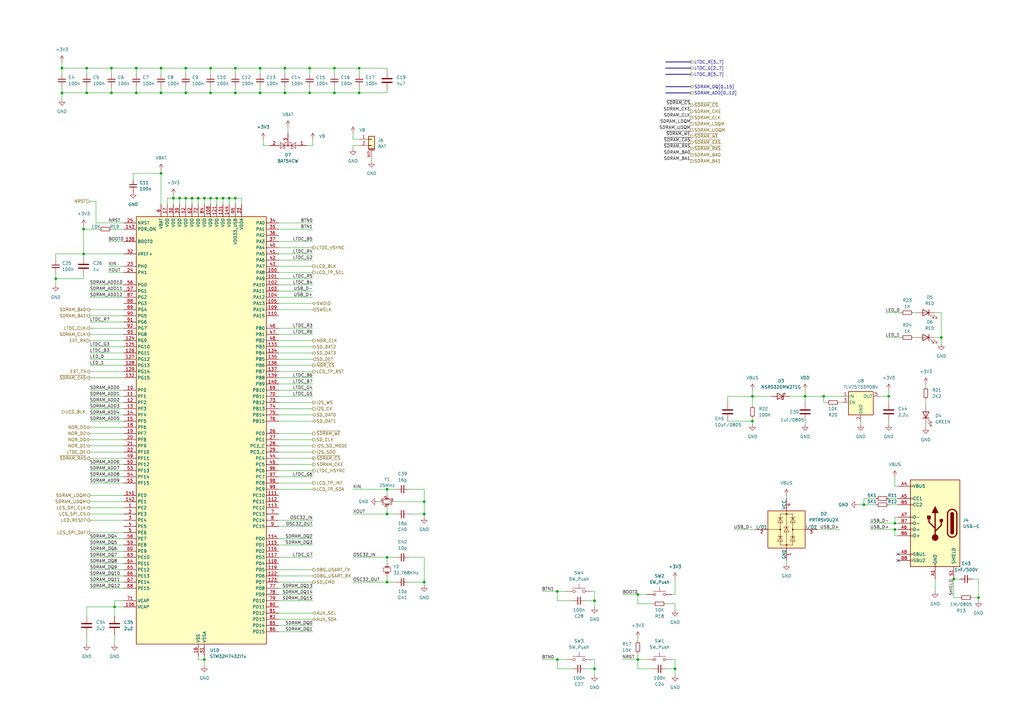
<source format=kicad_sch>
(kicad_sch (version 20231120) (generator "eeschema") (generator_version "8.0")
  (paper "A3")
  (junction (at 86.36 38.1))
  (junction (at 71.12 81.28))
  (junction (at 46.99 248.92))
  (junction (at 34.29 93.98))
  (junction (at 66.04 38.1))
  (junction (at 91.44 81.28))
  (junction (at 34.29 104.14))
  (junction (at 147.32 38.1))
  (junction (at 25.4 27.94))
  (junction (at 35.56 38.1))
  (junction (at 137.16 27.94))
  (junction (at 83.82 270.51))
  (junction (at 86.36 81.28))
  (junction (at 337.82 162.56))
  (junction (at 96.52 38.1))
  (junction (at 81.28 81.28))
  (junction (at 158.75 238.76))
  (junction (at 116.84 27.94))
  (junction (at 386.08 138.43))
  (junction (at 83.82 81.28))
  (junction (at 401.32 245.11))
  (junction (at 173.99 210.82))
  (junction (at 158.75 228.6))
  (junction (at 116.84 38.1))
  (junction (at 88.9 81.28))
  (junction (at 261.62 270.51))
  (junction (at 96.52 81.28))
  (junction (at 173.99 238.76))
  (junction (at 76.2 27.94))
  (junction (at 55.88 27.94))
  (junction (at 66.04 71.12))
  (junction (at 96.52 27.94))
  (junction (at 73.66 81.28))
  (junction (at 76.2 38.1))
  (junction (at 261.62 243.84))
  (junction (at 243.84 246.38))
  (junction (at 45.72 38.1))
  (junction (at 45.72 27.94))
  (junction (at 330.2 162.56))
  (junction (at 354.33 207.01))
  (junction (at 93.98 81.28))
  (junction (at 158.75 210.82))
  (junction (at 78.74 81.28))
  (junction (at 228.6 242.57))
  (junction (at 22.86 114.3))
  (junction (at 367.03 217.17))
  (junction (at 276.86 274.32))
  (junction (at 106.68 27.94))
  (junction (at 173.99 205.74))
  (junction (at 106.68 38.1))
  (junction (at 364.49 162.56))
  (junction (at 35.56 27.94))
  (junction (at 158.75 200.66))
  (junction (at 308.61 172.72))
  (junction (at 367.03 214.63))
  (junction (at 243.84 274.32))
  (junction (at 66.04 27.94))
  (junction (at 127 27.94))
  (junction (at 308.61 162.56))
  (junction (at 127 38.1))
  (junction (at 86.36 27.94))
  (junction (at 76.2 81.28))
  (junction (at 55.88 38.1))
  (junction (at 228.6 270.51))
  (junction (at 137.16 38.1))
  (junction (at 391.16 237.49))
  (junction (at 25.4 38.1))
  (junction (at 147.32 27.94))
  (no_connect (at 368.3 229.87))
  (no_connect (at 368.3 227.33))
  (wire (pts (xy 308.61 160.02) (xy 308.61 162.56)))
  (wire (pts (xy 364.49 207.01) (xy 368.3 207.01)))
  (wire (pts (xy 36.83 167.64) (xy 50.8 167.64)))
  (wire (pts (xy 66.04 35.56) (xy 66.04 38.1)))
  (wire (pts (xy 114.3 154.94) (xy 128.27 154.94)))
  (wire (pts (xy 368.3 212.09) (xy 367.03 212.09)))
  (wire (pts (xy 66.04 83.82) (xy 66.04 71.12)))
  (wire (pts (xy 83.82 270.51) (xy 83.82 269.24)))
  (wire (pts (xy 234.95 246.38) (xy 228.6 246.38)))
  (wire (pts (xy 127 35.56) (xy 127 38.1)))
  (wire (pts (xy 36.83 116.84) (xy 50.8 116.84)))
  (wire (pts (xy 173.99 205.74) (xy 173.99 210.82)))
  (wire (pts (xy 356.87 217.17) (xy 367.03 217.17)))
  (wire (pts (xy 25.4 25.4) (xy 25.4 27.94)))
  (wire (pts (xy 45.72 38.1) (xy 55.88 38.1)))
  (wire (pts (xy 71.12 81.28) (xy 68.58 81.28)))
  (wire (pts (xy 36.83 226.06) (xy 50.8 226.06)))
  (wire (pts (xy 45.72 27.94) (xy 45.72 30.48)))
  (wire (pts (xy 66.04 38.1) (xy 76.2 38.1)))
  (wire (pts (xy 128.27 177.8) (xy 114.3 177.8)))
  (wire (pts (xy 114.3 104.14) (xy 128.27 104.14)))
  (wire (pts (xy 44.45 111.76) (xy 50.8 111.76)))
  (wire (pts (xy 275.59 243.84) (xy 276.86 243.84)))
  (wire (pts (xy 36.83 223.52) (xy 50.8 223.52)))
  (wire (pts (xy 367.03 214.63) (xy 368.3 214.63)))
  (wire (pts (xy 323.85 162.56) (xy 330.2 162.56)))
  (wire (pts (xy 36.83 121.92) (xy 50.8 121.92)))
  (wire (pts (xy 173.99 238.76) (xy 173.99 240.03)))
  (wire (pts (xy 39.37 82.55) (xy 39.37 91.44)))
  (wire (pts (xy 114.3 228.6) (xy 128.27 228.6)))
  (wire (pts (xy 36.83 187.96) (xy 50.8 187.96)))
  (wire (pts (xy 127 27.94) (xy 127 30.48)))
  (wire (pts (xy 393.7 245.11) (xy 391.16 245.11)))
  (wire (pts (xy 44.45 99.06) (xy 50.8 99.06)))
  (wire (pts (xy 261.62 247.65) (xy 261.62 243.84)))
  (wire (pts (xy 36.83 144.78) (xy 50.8 144.78)))
  (wire (pts (xy 128.27 147.32) (xy 114.3 147.32)))
  (wire (pts (xy 25.4 27.94) (xy 25.4 30.48)))
  (wire (pts (xy 128.27 233.68) (xy 114.3 233.68)))
  (wire (pts (xy 386.08 138.43) (xy 386.08 140.97)))
  (wire (pts (xy 330.2 162.56) (xy 337.82 162.56)))
  (wire (pts (xy 147.32 38.1) (xy 158.75 38.1)))
  (wire (pts (xy 35.56 27.94) (xy 35.56 30.48)))
  (wire (pts (xy 147.32 57.15) (xy 144.78 57.15)))
  (wire (pts (xy 158.75 228.6) (xy 158.75 231.14)))
  (wire (pts (xy 152.4 64.77) (xy 152.4 66.04)))
  (wire (pts (xy 107.95 59.69) (xy 110.49 59.69)))
  (wire (pts (xy 173.99 200.66) (xy 173.99 205.74)))
  (wire (pts (xy 128.27 127) (xy 114.3 127)))
  (wire (pts (xy 162.56 228.6) (xy 158.75 228.6)))
  (wire (pts (xy 36.83 198.12) (xy 50.8 198.12)))
  (wire (pts (xy 128.27 152.4) (xy 114.3 152.4)))
  (wire (pts (xy 391.16 237.49) (xy 393.7 237.49)))
  (wire (pts (xy 36.83 154.94) (xy 50.8 154.94)))
  (wire (pts (xy 344.17 217.17) (xy 335.28 217.17)))
  (wire (pts (xy 137.16 27.94) (xy 147.32 27.94)))
  (wire (pts (xy 128.27 185.42) (xy 114.3 185.42)))
  (wire (pts (xy 71.12 81.28) (xy 71.12 83.82)))
  (wire (pts (xy 128.27 254) (xy 114.3 254)))
  (wire (pts (xy 50.8 248.92) (xy 46.99 248.92)))
  (wire (pts (xy 114.3 256.54) (xy 128.27 256.54)))
  (wire (pts (xy 353.06 173.99) (xy 353.06 172.72)))
  (wire (pts (xy 35.56 27.94) (xy 45.72 27.94)))
  (wire (pts (xy 363.22 138.43) (xy 369.57 138.43)))
  (wire (pts (xy 36.83 205.74) (xy 50.8 205.74)))
  (wire (pts (xy 243.84 242.57) (xy 243.84 246.38)))
  (wire (pts (xy 34.29 93.98) (xy 34.29 104.14)))
  (wire (pts (xy 81.28 269.24) (xy 81.28 270.51)))
  (wire (pts (xy 34.29 93.98) (xy 40.64 93.98)))
  (wire (pts (xy 45.72 93.98) (xy 50.8 93.98)))
  (wire (pts (xy 36.83 231.14) (xy 50.8 231.14)))
  (wire (pts (xy 36.83 218.44) (xy 50.8 218.44)))
  (wire (pts (xy 379.73 163.83) (xy 379.73 166.37)))
  (wire (pts (xy 356.87 214.63) (xy 367.03 214.63)))
  (wire (pts (xy 364.49 160.02) (xy 364.49 162.56)))
  (wire (pts (xy 86.36 27.94) (xy 96.52 27.94)))
  (wire (pts (xy 35.56 264.16) (xy 35.56 260.35)))
  (wire (pts (xy 96.52 27.94) (xy 106.68 27.94)))
  (wire (pts (xy 337.82 165.1) (xy 339.09 165.1)))
  (wire (pts (xy 55.88 27.94) (xy 66.04 27.94)))
  (wire (pts (xy 36.83 193.04) (xy 50.8 193.04)))
  (wire (pts (xy 128.27 165.1) (xy 114.3 165.1)))
  (wire (pts (xy 147.32 27.94) (xy 158.75 27.94)))
  (wire (pts (xy 114.3 106.68) (xy 128.27 106.68)))
  (wire (pts (xy 22.86 111.76) (xy 22.86 114.3)))
  (wire (pts (xy 128.27 236.22) (xy 114.3 236.22)))
  (wire (pts (xy 36.83 236.22) (xy 50.8 236.22)))
  (wire (pts (xy 114.3 157.48) (xy 128.27 157.48)))
  (wire (pts (xy 96.52 38.1) (xy 106.68 38.1)))
  (wire (pts (xy 96.52 35.56) (xy 96.52 38.1)))
  (wire (pts (xy 106.68 27.94) (xy 106.68 30.48)))
  (wire (pts (xy 46.99 248.92) (xy 46.99 252.73)))
  (wire (pts (xy 114.3 213.36) (xy 128.27 213.36)))
  (wire (pts (xy 55.88 38.1) (xy 66.04 38.1)))
  (wire (pts (xy 345.44 162.56) (xy 337.82 162.56)))
  (wire (pts (xy 36.83 241.3) (xy 50.8 241.3)))
  (wire (pts (xy 76.2 27.94) (xy 76.2 30.48)))
  (wire (pts (xy 73.66 81.28) (xy 73.66 83.82)))
  (wire (pts (xy 34.29 113.03) (xy 34.29 114.3)))
  (wire (pts (xy 298.45 165.1) (xy 298.45 162.56)))
  (wire (pts (xy 228.6 246.38) (xy 228.6 242.57)))
  (wire (pts (xy 128.27 238.76) (xy 114.3 238.76)))
  (wire (pts (xy 93.98 81.28) (xy 96.52 81.28)))
  (wire (pts (xy 383.54 128.27) (xy 386.08 128.27)))
  (wire (pts (xy 242.57 270.51) (xy 243.84 270.51)))
  (wire (pts (xy 86.36 35.56) (xy 86.36 38.1)))
  (wire (pts (xy 391.16 245.11) (xy 391.16 237.49)))
  (wire (pts (xy 36.83 208.28) (xy 50.8 208.28)))
  (wire (pts (xy 83.82 81.28) (xy 86.36 81.28)))
  (wire (pts (xy 36.83 82.55) (xy 39.37 82.55)))
  (wire (pts (xy 228.6 274.32) (xy 228.6 270.51)))
  (wire (pts (xy 36.83 180.34) (xy 50.8 180.34)))
  (wire (pts (xy 128.27 109.22) (xy 114.3 109.22)))
  (bus (pts (xy 273.05 38.1) (xy 283.21 38.1)))
  (wire (pts (xy 128.27 139.7) (xy 114.3 139.7)))
  (wire (pts (xy 354.33 204.47) (xy 354.33 207.01)))
  (wire (pts (xy 36.83 127) (xy 50.8 127)))
  (wire (pts (xy 116.84 27.94) (xy 127 27.94)))
  (wire (pts (xy 106.68 38.1) (xy 116.84 38.1)))
  (wire (pts (xy 91.44 81.28) (xy 93.98 81.28)))
  (wire (pts (xy 158.75 238.76) (xy 158.75 236.22)))
  (wire (pts (xy 173.99 210.82) (xy 173.99 212.09)))
  (wire (pts (xy 36.83 152.4) (xy 50.8 152.4)))
  (wire (pts (xy 128.27 144.78) (xy 114.3 144.78)))
  (wire (pts (xy 267.97 247.65) (xy 261.62 247.65)))
  (wire (pts (xy 243.84 274.32) (xy 243.84 276.86)))
  (wire (pts (xy 36.83 175.26) (xy 50.8 175.26)))
  (wire (pts (xy 144.78 57.15) (xy 144.78 54.61)))
  (wire (pts (xy 86.36 27.94) (xy 86.36 30.48)))
  (wire (pts (xy 234.95 274.32) (xy 228.6 274.32)))
  (wire (pts (xy 116.84 38.1) (xy 127 38.1)))
  (wire (pts (xy 55.88 35.56) (xy 55.88 38.1)))
  (wire (pts (xy 309.88 217.17) (xy 300.99 217.17)))
  (bus (pts (xy 273.05 30.48) (xy 283.21 30.48)))
  (wire (pts (xy 81.28 81.28) (xy 83.82 81.28)))
  (wire (pts (xy 45.72 35.56) (xy 45.72 38.1)))
  (wire (pts (xy 158.75 210.82) (xy 158.75 208.28)))
  (wire (pts (xy 76.2 35.56) (xy 76.2 38.1)))
  (wire (pts (xy 39.37 91.44) (xy 50.8 91.44)))
  (wire (pts (xy 161.29 205.74) (xy 173.99 205.74)))
  (wire (pts (xy 158.75 36.83) (xy 158.75 38.1)))
  (wire (pts (xy 35.56 248.92) (xy 35.56 252.73)))
  (wire (pts (xy 36.83 203.2) (xy 50.8 203.2)))
  (wire (pts (xy 36.83 132.08) (xy 50.8 132.08)))
  (wire (pts (xy 273.05 274.32) (xy 276.86 274.32)))
  (wire (pts (xy 36.83 213.36) (xy 50.8 213.36)))
  (wire (pts (xy 36.83 147.32) (xy 50.8 147.32)))
  (wire (pts (xy 106.68 27.94) (xy 116.84 27.94)))
  (wire (pts (xy 35.56 38.1) (xy 45.72 38.1)))
  (wire (pts (xy 367.03 199.39) (xy 368.3 199.39)))
  (wire (pts (xy 66.04 69.85) (xy 66.04 71.12)))
  (wire (pts (xy 36.83 134.62) (xy 50.8 134.62)))
  (wire (pts (xy 401.32 237.49) (xy 398.78 237.49)))
  (wire (pts (xy 128.27 193.04) (xy 114.3 193.04)))
  (wire (pts (xy 114.3 137.16) (xy 128.27 137.16)))
  (wire (pts (xy 158.75 29.21) (xy 158.75 27.94)))
  (wire (pts (xy 36.83 172.72) (xy 50.8 172.72)))
  (wire (pts (xy 93.98 81.28) (xy 93.98 83.82)))
  (wire (pts (xy 36.83 177.8) (xy 50.8 177.8)))
  (wire (pts (xy 66.04 27.94) (xy 76.2 27.94)))
  (wire (pts (xy 162.56 200.66) (xy 158.75 200.66)))
  (wire (pts (xy 36.83 137.16) (xy 50.8 137.16)))
  (wire (pts (xy 243.84 246.38) (xy 243.84 248.92)))
  (wire (pts (xy 114.3 121.92) (xy 128.27 121.92)))
  (wire (pts (xy 76.2 81.28) (xy 78.74 81.28)))
  (wire (pts (xy 22.86 114.3) (xy 34.29 114.3)))
  (wire (pts (xy 36.83 142.24) (xy 50.8 142.24)))
  (wire (pts (xy 128.27 172.72) (xy 114.3 172.72)))
  (wire (pts (xy 322.58 203.2) (xy 322.58 204.47)))
  (wire (pts (xy 147.32 59.69) (xy 144.78 59.69)))
  (wire (pts (xy 383.54 138.43) (xy 386.08 138.43)))
  (wire (pts (xy 54.61 71.12) (xy 54.61 73.66)))
  (wire (pts (xy 127 27.94) (xy 137.16 27.94)))
  (wire (pts (xy 114.3 134.62) (xy 128.27 134.62)))
  (wire (pts (xy 81.28 81.28) (xy 81.28 83.82)))
  (wire (pts (xy 144.78 238.76) (xy 158.75 238.76)))
  (wire (pts (xy 308.61 162.56) (xy 316.23 162.56)))
  (wire (pts (xy 330.2 165.1) (xy 330.2 162.56)))
  (wire (pts (xy 374.65 138.43) (xy 375.92 138.43)))
  (wire (pts (xy 128.27 182.88) (xy 114.3 182.88)))
  (wire (pts (xy 147.32 35.56) (xy 147.32 38.1)))
  (wire (pts (xy 36.83 162.56) (xy 50.8 162.56)))
  (wire (pts (xy 364.49 162.56) (xy 364.49 165.1)))
  (wire (pts (xy 36.83 129.54) (xy 50.8 129.54)))
  (wire (pts (xy 137.16 38.1) (xy 147.32 38.1)))
  (wire (pts (xy 96.52 81.28) (xy 99.06 81.28)))
  (wire (pts (xy 144.78 210.82) (xy 158.75 210.82)))
  (wire (pts (xy 401.32 237.49) (xy 401.32 245.11)))
  (wire (pts (xy 222.25 270.51) (xy 228.6 270.51)))
  (wire (pts (xy 363.22 128.27) (xy 369.57 128.27)))
  (wire (pts (xy 36.83 185.42) (xy 50.8 185.42)))
  (wire (pts (xy 128.27 170.18) (xy 114.3 170.18)))
  (wire (pts (xy 36.83 210.82) (xy 50.8 210.82)))
  (wire (pts (xy 114.3 114.3) (xy 128.27 114.3)))
  (wire (pts (xy 261.62 261.62) (xy 261.62 262.89)))
  (wire (pts (xy 367.03 195.58) (xy 367.03 199.39)))
  (wire (pts (xy 401.32 246.38) (xy 401.32 245.11)))
  (wire (pts (xy 78.74 81.28) (xy 78.74 83.82)))
  (wire (pts (xy 76.2 27.94) (xy 86.36 27.94)))
  (wire (pts (xy 354.33 207.01) (xy 359.41 207.01)))
  (wire (pts (xy 322.58 231.14) (xy 322.58 229.87)))
  (bus (pts (xy 273.05 25.4) (xy 283.21 25.4)))
  (wire (pts (xy 364.49 204.47) (xy 368.3 204.47)))
  (wire (pts (xy 344.17 165.1) (xy 345.44 165.1)))
  (wire (pts (xy 330.2 173.99) (xy 330.2 172.72)))
  (wire (pts (xy 118.11 52.07) (xy 118.11 54.61)))
  (wire (pts (xy 36.83 238.76) (xy 50.8 238.76)))
  (wire (pts (xy 36.83 195.58) (xy 50.8 195.58)))
  (wire (pts (xy 114.3 215.9) (xy 128.27 215.9)))
  (wire (pts (xy 66.04 71.12) (xy 54.61 71.12)))
  (wire (pts (xy 261.62 243.84) (xy 265.43 243.84)))
  (wire (pts (xy 76.2 38.1) (xy 86.36 38.1)))
  (wire (pts (xy 240.03 274.32) (xy 243.84 274.32)))
  (wire (pts (xy 36.83 165.1) (xy 50.8 165.1)))
  (wire (pts (xy 127 38.1) (xy 137.16 38.1)))
  (wire (pts (xy 25.4 35.56) (xy 25.4 38.1)))
  (wire (pts (xy 137.16 27.94) (xy 137.16 30.48)))
  (wire (pts (xy 228.6 270.51) (xy 232.41 270.51)))
  (wire (pts (xy 367.03 217.17) (xy 368.3 217.17)))
  (wire (pts (xy 71.12 81.28) (xy 73.66 81.28)))
  (wire (pts (xy 114.3 243.84) (xy 128.27 243.84)))
  (wire (pts (xy 167.64 200.66) (xy 173.99 200.66)))
  (wire (pts (xy 351.79 207.01) (xy 354.33 207.01)))
  (wire (pts (xy 167.64 210.82) (xy 173.99 210.82)))
  (wire (pts (xy 36.83 233.68) (xy 50.8 233.68)))
  (wire (pts (xy 360.68 162.56) (xy 364.49 162.56)))
  (wire (pts (xy 114.3 220.98) (xy 128.27 220.98)))
  (wire (pts (xy 367.03 219.71) (xy 367.03 217.17)))
  (wire (pts (xy 267.97 274.32) (xy 261.62 274.32)))
  (wire (pts (xy 368.3 219.71) (xy 367.03 219.71)))
  (wire (pts (xy 46.99 264.16) (xy 46.99 260.35)))
  (wire (pts (xy 128.27 187.96) (xy 114.3 187.96)))
  (wire (pts (xy 337.82 162.56) (xy 337.82 165.1)))
  (wire (pts (xy 66.04 27.94) (xy 66.04 30.48)))
  (wire (pts (xy 106.68 35.56) (xy 106.68 38.1)))
  (wire (pts (xy 68.58 81.28) (xy 68.58 83.82)))
  (wire (pts (xy 25.4 38.1) (xy 25.4 40.64)))
  (wire (pts (xy 114.3 91.44) (xy 128.27 91.44)))
  (wire (pts (xy 78.74 81.28) (xy 81.28 81.28)))
  (wire (pts (xy 76.2 81.28) (xy 76.2 83.82)))
  (wire (pts (xy 86.36 81.28) (xy 88.9 81.28)))
  (wire (pts (xy 34.29 92.71) (xy 34.29 93.98)))
  (wire (pts (xy 276.86 270.51) (xy 276.86 274.32)))
  (wire (pts (xy 34.29 104.14) (xy 50.8 104.14)))
  (wire (pts (xy 88.9 81.28) (xy 88.9 83.82)))
  (wire (pts (xy 308.61 172.72) (xy 308.61 171.45)))
  (wire (pts (xy 71.12 80.01) (xy 71.12 81.28)))
  (wire (pts (xy 114.3 162.56) (xy 128.27 162.56)))
  (wire (pts (xy 276.86 247.65) (xy 276.86 250.19)))
  (wire (pts (xy 240.03 246.38) (xy 243.84 246.38)))
  (wire (pts (xy 128.27 149.86) (xy 114.3 149.86)))
  (wire (pts (xy 34.29 105.41) (xy 34.29 104.14)))
  (wire (pts (xy 114.3 119.38) (xy 128.27 119.38)))
  (wire (pts (xy 330.2 160.02) (xy 330.2 162.56)))
  (wire (pts (xy 308.61 162.56) (xy 308.61 166.37)))
  (wire (pts (xy 398.78 245.11) (xy 401.32 245.11)))
  (wire (pts (xy 128.27 111.76) (xy 114.3 111.76)))
  (wire (pts (xy 83.82 81.28) (xy 83.82 83.82)))
  (wire (pts (xy 114.3 99.06) (xy 128.27 99.06)))
  (wire (pts (xy 116.84 35.56) (xy 116.84 38.1)))
  (wire (pts (xy 243.84 270.51) (xy 243.84 274.32)))
  (wire (pts (xy 167.64 238.76) (xy 173.99 238.76)))
  (wire (pts (xy 128.27 124.46) (xy 114.3 124.46)))
  (wire (pts (xy 144.78 59.69) (xy 144.78 60.96)))
  (wire (pts (xy 137.16 35.56) (xy 137.16 38.1)))
  (wire (pts (xy 228.6 242.57) (xy 232.41 242.57)))
  (wire (pts (xy 22.86 114.3) (xy 22.86 116.84)))
  (wire (pts (xy 36.83 220.98) (xy 50.8 220.98)))
  (wire (pts (xy 273.05 247.65) (xy 276.86 247.65)))
  (wire (pts (xy 255.27 270.51) (xy 261.62 270.51)))
  (wire (pts (xy 36.83 190.5) (xy 50.8 190.5)))
  (wire (pts (xy 276.86 274.32) (xy 276.86 276.86)))
  (wire (pts (xy 242.57 242.57) (xy 243.84 242.57)))
  (wire (pts (xy 36.83 170.18) (xy 50.8 170.18)))
  (wire (pts (xy 36.83 139.7) (xy 50.8 139.7)))
  (wire (pts (xy 114.3 246.38) (xy 128.27 246.38)))
  (wire (pts (xy 167.64 228.6) (xy 173.99 228.6)))
  (wire (pts (xy 128.27 180.34) (xy 114.3 180.34)))
  (wire (pts (xy 114.3 195.58) (xy 128.27 195.58)))
  (wire (pts (xy 359.41 204.47) (xy 354.33 204.47)))
  (wire (pts (xy 364.49 173.99) (xy 364.49 172.72)))
  (wire (pts (xy 276.86 237.49) (xy 276.86 243.84)))
  (wire (pts (xy 374.65 128.27) (xy 375.92 128.27)))
  (wire (pts (xy 298.45 172.72) (xy 308.61 172.72)))
  (bus (pts (xy 273.05 27.94) (xy 283.21 27.94)))
  (wire (pts (xy 275.59 270.51) (xy 276.86 270.51)))
  (wire (pts (xy 128.27 251.46) (xy 114.3 251.46)))
  (wire (pts (xy 114.3 259.08) (xy 128.27 259.08)))
  (wire (pts (xy 162.56 210.82) (xy 158.75 210.82)))
  (wire (pts (xy 114.3 223.52) (xy 128.27 223.52)))
  (wire (pts (xy 36.83 182.88) (xy 50.8 182.88)))
  (wire (pts (xy 50.8 246.38) (xy 46.99 246.38)))
  (wire (pts (xy 222.25 242.57) (xy 228.6 242.57)))
  (wire (pts (xy 144.78 228.6) (xy 158.75 228.6)))
  (wire (pts (xy 261.62 267.97) (xy 261.62 270.51)))
  (wire (pts (xy 114.3 116.84) (xy 128.27 116.84)))
  (wire (pts (xy 162.56 238.76) (xy 158.75 238.76)))
  (wire (pts (xy 147.32 27.94) (xy 147.32 30.48)))
  (wire (pts (xy 114.3 93.98) (xy 128.27 93.98)))
  (wire (pts (xy 379.73 175.26) (xy 379.73 173.99)))
  (wire (pts (xy 55.88 27.94) (xy 55.88 30.48)))
  (wire (pts (xy 308.61 173.99) (xy 308.61 172.72)))
  (wire (pts (xy 99.06 81.28) (xy 99.06 83.82)))
  (wire (pts (xy 128.27 142.24) (xy 114.3 142.24)))
  (wire (pts (xy 22.86 104.14) (xy 22.86 106.68)))
  (wire (pts (xy 261.62 270.51) (xy 265.43 270.51)))
  (wire (pts (xy 107.95 57.15) (xy 107.95 59.69)))
  (wire (pts (xy 25.4 27.94) (xy 35.56 27.94)))
  (wire (pts (xy 25.4 38.1) (xy 35.56 38.1)))
  (wire (pts (xy 88.9 81.28) (xy 91.44 81.28)))
  (wire (pts (xy 96.52 81.28) (xy 96.52 83.82)))
  (wire (pts (xy 128.27 167.64) (xy 114.3 167.64)))
  (wire (pts (xy 379.73 157.48) (xy 379.73 158.75)))
  (wire (pts (xy 298.45 162.56) (xy 308.61 162.56)))
  (wire (pts (xy 36.83 149.86) (xy 50.8 149.86)))
  (wire (pts (xy 128.27 200.66) (xy 114.3 200.66)))
  (wire (pts (xy 386.08 128.27) (xy 386.08 138.43)))
  (wire (pts (xy 128.27 101.6) (xy 114.3 101.6)))
  (wire (pts (xy 114.3 160.02) (xy 128.27 160.02)))
  (wire (pts (xy 46.99 248.92) (xy 35.56 248.92)))
  (wire (pts (xy 91.44 81.28) (xy 91.44 83.82)))
  (wire (pts (xy 86.36 38.1) (xy 96.52 38.1)))
  (wire (pts (xy 45.72 27.94) (xy 55.88 27.94)))
  (wire (pts (xy 383.54 242.57) (xy 383.54 237.49)))
  (wire (pts (xy 44.45 109.22) (xy 50.8 109.22)))
  (wire (pts (xy 125.73 59.69) (xy 128.27 59.69)))
  (wire (pts (xy 128.27 190.5) (xy 114.3 190.5)))
  (wire (pts (xy 173.99 228.6) (xy 173.99 238.76)))
  (wire (pts (xy 46.99 246.38) (xy 46.99 248.92)))
  (wire (pts (xy 261.62 274.32) (xy 261.62 270.51)))
  (wire (pts (xy 36.83 119.38) (xy 50.8 119.38)))
  (wire (pts (xy 22.86 104.14) (xy 34.29 104.14)))
  (wire (pts (xy 116.84 27.94) (xy 116.84 30.48)))
  (wire (pts (xy 158.75 200.66) (xy 158.75 203.2)))
  (wire (pts (xy 96.52 27.94) (xy 96.52 30.48)))
  (wire (pts (xy 86.36 81.28) (xy 86.36 83.82)))
  (wire (pts (xy 128.27 59.69) (xy 128.27 57.15)))
  (wire (pts (xy 114.3 241.3) (xy 128.27 241.3)))
  (wire (pts (xy 36.83 160.02) (xy 50.8 160.02)))
  (wire (pts (xy 144.78 200.66) (xy 158.75 200.66)))
  (wire (pts (xy 81.28 270.51) (xy 83.82 270.51)))
  (wire (pts (xy 255.27 243.84) (xy 261.62 243.84)))
  (wire (pts (xy 83.82 273.05) (xy 83.82 270.51)))
  (wire (pts (xy 35.56 35.56) (xy 35.56 38.1)))
  (bus (pts (xy 273.05 35.56) (xy 283.21 35.56)))
  (wire (pts (xy 36.83 228.6) (xy 50.8 228.6)))
  (wire (pts (xy 367.03 212.09) (xy 367.03 214.63)))
  (wire (pts (xy 128.27 198.12) (xy 114.3 198.12)))
  (wire (pts (xy 156.21 205.74) (xy 154.94 205.74)))
  (wire (pts (xy 73.66 81.28) (xy 76.2 81.28)))
  (label "LTDC_B7" (at 128.27 157.48 180))
  (label "NRST" (at 44.45 91.44 0))
  (label "SDRAM_ADD2" (at 36.83 165.1 0))
  (label "LED_0" (at 36.83 147.32 0))
  (label "BTN1" (at 128.27 93.98 180))
  (label "SDRAM_ADD0" (at 36.83 160.02 0))
  (label "USB_D-" (at 128.27 119.38 180))
  (label "SDRAM_CLK" (at 283.21 48.26 180))
  (label "SDRAM_DQ6" (at 36.83 226.06 0))
  (label "XIN" (at 44.45 109.22 0))
  (label "XOUT" (at 44.45 111.76 0))
  (label "OSC32_OUT" (at 128.27 215.9 180))
  (label "SDRAM_DQ14" (at 128.27 243.84 180))
  (label "BOOT0" (at 255.27 243.84 0))
  (label "USB_D-" (at 300.99 217.17 0))
  (label "LTDC_R3" (at 128.27 134.62 180))
  (label "SDRAM_BA0" (at 283.21 63.5 180))
  (label "SDRAM_ADD11" (at 36.83 119.38 0))
  (label "LTDC_B4" (at 128.27 116.84 180))
  (label "LTDC_R4" (at 128.27 104.14 180))
  (label "LED_0" (at 363.22 128.27 0))
  (label "LTDC_R6" (at 128.27 137.16 180))
  (label "SHIELD" (at 391.16 237.49 270))
  (label "SDRAM_DQ9" (at 36.83 233.68 0))
  (label "LTDC_B5" (at 128.27 99.06 180))
  (label "LTDC_G4" (at 128.27 160.02 180))
  (label "USB_D+" (at 344.17 217.17 180))
  (label "USB_D+" (at 356.87 217.17 0))
  (label "SDRAM_DQ11" (at 36.83 238.76 0))
  (label "LED_1" (at 363.22 138.43 0))
  (label "OSC32_IN" (at 144.78 228.6 0))
  (label "~{SDRAM_WE}" (at 283.21 55.88 180))
  (label "BTN0" (at 222.25 270.51 0))
  (label "USB_D-" (at 356.87 214.63 0))
  (label "SDRAM_DQ15" (at 128.27 246.38 180))
  (label "SDRAM_ADD10" (at 36.83 116.84 0))
  (label "LTDC_R7" (at 36.83 132.08 0))
  (label "BTN0" (at 128.27 91.44 180))
  (label "SDRAM_ADD6" (at 36.83 190.5 0))
  (label "SDRAM_DQ3" (at 128.27 223.52 180))
  (label "SDRAM_ADD5" (at 36.83 172.72 0))
  (label "SDRAM_ADD7" (at 36.83 193.04 0))
  (label "SDRAM_DQ7" (at 36.83 228.6 0))
  (label "LTDC_G2" (at 128.27 106.68 180))
  (label "SDRAM_DQ10" (at 36.83 236.22 0))
  (label "LTDC_B3" (at 36.83 144.78 0))
  (label "SDRAM_ADD1" (at 36.83 162.56 0))
  (label "XOUT" (at 144.78 210.82 0))
  (label "LTDC_R5" (at 128.27 114.3 180))
  (label "SDRAM_UDQM" (at 283.21 53.34 180))
  (label "~{SDRAM_CS}" (at 283.21 43.18 180))
  (label "LTDC_B6" (at 128.27 154.94 180))
  (label "SDRAM_DQ8" (at 36.83 231.14 0))
  (label "SDRAM_DQ4" (at 36.83 220.98 0))
  (label "SDRAM_DQ5" (at 36.83 223.52 0))
  (label "SDRAM_DQ13" (at 128.27 241.3 180))
  (label "SDRAM_DQ2" (at 128.27 220.98 180))
  (label "SDRAM_DQ1" (at 128.27 259.08 180))
  (label "LTDC_G7" (at 128.27 228.6 180))
  (label "SDRAM_ADD8" (at 36.83 195.58 0))
  (label "LTDC_G6" (at 128.27 195.58 180))
  (label "SDRAM_ADD12" (at 36.83 121.92 0))
  (label "SDRAM_BA1" (at 283.21 66.04 180))
  (label "OSC32_OUT" (at 144.78 238.76 0))
  (label "NRST" (at 255.27 270.51 0))
  (label "LTDC_G3" (at 36.83 142.24 0))
  (label "LTDC_G5" (at 128.27 162.56 180))
  (label "XIN" (at 144.78 200.66 0))
  (label "LED_1" (at 36.83 149.86 0))
  (label "SDRAM_LDQM" (at 283.21 50.8 180))
  (label "USB_D+" (at 128.27 121.92 180))
  (label "SDRAM_ADD3" (at 36.83 167.64 0))
  (label "BTN1" (at 222.25 242.57 0))
  (label "OSC32_IN" (at 128.27 213.36 180))
  (label "BOOT0" (at 44.45 99.06 0))
  (label "SDRAM_ADD4" (at 36.83 170.18 0))
  (label "SDRAM_DQ0" (at 128.27 256.54 180))
  (label "~{SDRAM_CAS}" (at 283.21 58.42 180))
  (label "SDRAM_DQ12" (at 36.83 241.3 0))
  (label "~{SDRAM_RAS}" (at 283.21 60.96 180))
  (label "SDRAM_ADD9" (at 36.83 198.12 0))
  (label "SDRAM_CKE" (at 283.21 45.72 180))
  (hierarchical_label "I2S_CK" (shape output) (at 128.27 167.64 0))
  (hierarchical_label "SDRAM_DQ[0..15]" (shape bidirectional) (at 283.21 35.56 0))
  (hierarchical_label "AUX_SCL" (shape bidirectional) (at 128.27 251.46 0))
  (hierarchical_label "NOR_D1" (shape bidirectional) (at 36.83 182.88 180))
  (hierarchical_label "SDRAM_CKE" (shape output) (at 128.27 190.5 0))
  (hierarchical_label "SD_CLK" (shape output) (at 128.27 180.34 0))
  (hierarchical_label "SDRAM_UDQM" (shape output) (at 36.83 205.74 180))
  (hierarchical_label "AUX_SDA" (shape bidirectional) (at 128.27 254 0))
  (hierarchical_label "SD_DAT2" (shape bidirectional) (at 128.27 142.24 0))
  (hierarchical_label "SDRAM_BA0" (shape output) (at 36.83 127 180))
  (hierarchical_label "~{SDRAM_RAS}" (shape output) (at 36.83 187.96 180))
  (hierarchical_label "LCD_TP_SDA" (shape bidirectional) (at 128.27 200.66 0))
  (hierarchical_label "SDRAM_LDQM" (shape output) (at 36.83 203.2 180))
  (hierarchical_label "SWCLK" (shape input) (at 128.27 127 0))
  (hierarchical_label "EXT_RX" (shape input) (at 36.83 139.7 180))
  (hierarchical_label "LTDC_G[2..7]" (shape output) (at 283.21 27.94 0))
  (hierarchical_label "LTDC_CLK" (shape output) (at 36.83 134.62 180))
  (hierarchical_label "LTDC_B[3..7]" (shape output) (at 283.21 30.48 0))
  (hierarchical_label "I2S_WS" (shape output) (at 128.27 165.1 0))
  (hierarchical_label "NOR_D0" (shape bidirectional) (at 36.83 180.34 180))
  (hierarchical_label "LCD_RESET" (shape output) (at 36.83 213.36 180))
  (hierarchical_label "NOR_D3" (shape bidirectional) (at 36.83 175.26 180))
  (hierarchical_label "~{SDRAM_RAS}" (shape output) (at 283.21 60.96 0))
  (hierarchical_label "SDRAM_LDQM" (shape output) (at 283.21 50.8 0))
  (hierarchical_label "~{SDRAM_CS}" (shape output) (at 283.21 43.18 0))
  (hierarchical_label "LTDC_HSYNC" (shape output) (at 128.27 193.04 0))
  (hierarchical_label "EXT_TX" (shape output) (at 36.83 152.4 180))
  (hierarchical_label "SDRAM_CLK" (shape output) (at 283.21 48.26 0))
  (hierarchical_label "SD_CMD" (shape output) (at 128.27 238.76 0))
  (hierarchical_label "NOR_CLK" (shape output) (at 128.27 139.7 0))
  (hierarchical_label "NOR_D2" (shape bidirectional) (at 36.83 177.8 180))
  (hierarchical_label "SDRAM_BA0" (shape output) (at 283.21 63.5 0))
  (hierarchical_label "SDRAM_CKE" (shape output) (at 283.21 45.72 0))
  (hierarchical_label "SD_DAT1" (shape bidirectional) (at 128.27 172.72 0))
  (hierarchical_label "I2S_SDO" (shape output) (at 128.27 185.42 0))
  (hierarchical_label "SD_DAT0" (shape bidirectional) (at 128.27 170.18 0))
  (hierarchical_label "LTDC_DE" (shape output) (at 36.83 185.42 180))
  (hierarchical_label "~{SDRAM_CS}" (shape output) (at 128.27 187.96 0))
  (hierarchical_label "SDRAM_ADD[0..12]" (shape output) (at 283.21 38.1 0))
  (hierarchical_label "SD_DET" (shape input) (at 128.27 147.32 0))
  (hierarchical_label "~{SDRAM_WE}" (shape output) (at 128.27 177.8 0))
  (hierarchical_label "DBG_USART_TX" (shape output) (at 128.27 233.68 0))
  (hierarchical_label "~{SDRAM_CAS}" (shape output) (at 283.21 58.42 0))
  (hierarchical_label "LCD_TP_SCL" (shape output) (at 128.27 111.76 0))
  (hierarchical_label "~{SDRAM_CAS}" (shape output) (at 36.83 154.94 180))
  (hierarchical_label "~{SDRAM_WE}" (shape output) (at 283.21 55.88 0))
  (hierarchical_label "I2S_SD_MODE" (shape output) (at 128.27 182.88 0))
  (hierarchical_label "SWDIO" (shape bidirectional) (at 128.27 124.46 0))
  (hierarchical_label "~{NOR_CS}" (shape output) (at 128.27 149.86 0))
  (hierarchical_label "NRST" (shape input) (at 36.83 82.55 180))
  (hierarchical_label "LTDC_VSYNC" (shape output) (at 128.27 101.6 0))
  (hierarchical_label "LCS_SPI_CS" (shape bidirectional) (at 36.83 210.82 180))
  (hierarchical_label "SDRAM_BA1" (shape output) (at 283.21 66.04 0))
  (hierarchical_label "SDRAM_CLK" (shape output) (at 36.83 137.16 180))
  (hierarchical_label "LTDC_R[3..7]" (shape output) (at 283.21 25.4 0))
  (hierarchical_label "DBG_USART_RX" (shape input) (at 128.27 236.22 0))
  (hierarchical_label "LCD_TP_RST" (shape output) (at 128.27 152.4 0))
  (hierarchical_label "SDRAM_UDQM" (shape output) (at 283.21 53.34 0))
  (hierarchical_label "SDRAM_BA1" (shape output) (at 36.83 129.54 180))
  (hierarchical_label "SD_DAT3" (shape bidirectional) (at 128.27 144.78 0))
  (hierarchical_label "LCD_TP_INT" (shape output) (at 128.27 198.12 0))
  (hierarchical_label "LCS_SPI_DAT" (shape output) (at 36.83 218.44 180))
  (hierarchical_label "LCS_SPI_CLK" (shape output) (at 36.83 208.28 180))
  (hierarchical_label "LCD_BLK" (shape output) (at 128.27 109.22 0))
  (hierarchical_label "LCD_BLK" (shape output) (at 25.4 168.91 0))
  (symbol (lib_id "Device:C_Small") (at 106.68 33.02 0) (unit 1)
    (property "Reference" "C13" (at 109.22 31.7563 0) (effects (justify left)))
    (property "Value" "100n" (at 109.22 34.2963 0) (effects (justify left)))
    (property "Footprint" "Capacitor_SMD:C_0402_1005Metric" (effects (hide yes)))
    (property "JLCPCB Part #" "C307331" (effects (hide yes)))
  )
  (symbol (lib_id "Device:C_Small") (at 22.86 109.22 0) (unit 1)
    (property "Reference" "C25" (at 25.4 107.9563 0) (effects (justify left)))
    (property "Value" "100n" (at 25.4 110.4963 0) (effects (justify left)))
    (property "Footprint" "Capacitor_SMD:C_0402_1005Metric" (effects (hide yes)))
    (property "JLCPCB Part #" "C307331" (effects (hide yes)))
  )
  (symbol (lib_id "Device:R_Small") (at 261.62 265.43 0) (mirror y) (unit 1)
    (property "Reference" "R17" (at 259.08 264.1599 0) (effects (justify left)))
    (property "Value" "10K" (at 259.08 266.6999 0) (effects (justify left)))
    (property "Footprint" "Resistor_SMD:R_0402_1005Metric" (effects (hide yes)))
    (property "Description" "Resistor, small symbol" (effects (hide yes)))
    (property "JLCPCB Part #" "C25744" (effects (hide yes)))
  )
  (symbol (lib_id "Device:Crystal_GND24_Small") (at 158.75 205.74 90) (unit 1)
    (property "Reference" "Y1" (at 158.75 196.596 90))
    (property "Value" "25MHz" (at 158.75 199.136 90))
    (property "Footprint" "Crystal:Crystal_SMD_2520-4Pin_2.5x2.0mm" (effects (hide yes)))
    (property "Description" "Four pin crystal, GND on pins 2 and 4, small symbol" (effects (hide yes)))
    (property "JLCPCB Part #" "C255954" (effects (hide yes)))
  )
  (symbol (lib_id "power:GND") (at 152.4 66.04 0) (unit 1)
    (property "Reference" "#PWR087" (effects (hide yes)))
    (property "Value" "GND" (at 152.4 71.12 0))
    (property "Description" "Power symbol creates a global label with name \"GND\" , ground" (effects (hide yes)))
  )
  (symbol (lib_name "+3V3_5") (lib_id "power:+3V3") (at 128.27 57.15 0) (unit 1)
    (property "Reference" "#PWR0104" (effects (hide yes)))
    (property "Value" "VB" (at 130.81 55.8799 0) (effects (justify left)))
    (property "Description" "Power symbol creates a global label with name \"+3V3\"" (effects (hide yes)))
  )
  (symbol (lib_name "+3V3_2") (lib_id "power:+3V3") (at 276.86 237.49 0) (unit 1)
    (property "Reference" "#PWR024" (effects (hide yes)))
    (property "Value" "+3V3" (at 276.86 232.41 0))
    (property "Description" "Power symbol creates a global label with name \"+3V3\"" (effects (hide yes)))
  )
  (symbol (lib_id "power:GND") (at 308.61 173.99 0) (unit 1)
    (property "Reference" "#PWR085" (effects (hide yes)))
    (property "Value" "GND" (at 308.61 179.07 0))
    (property "Description" "Power symbol creates a global label with name \"GND\" , ground" (effects (hide yes)))
  )
  (symbol (lib_id "Connector_Generic_MountingPin:Conn_01x02_MountingPin") (at 152.4 57.15 0) (unit 1)
    (property "Reference" "J6" (at 154.94 57.5055 0) (effects (justify left)))
    (property "Value" "BAT" (at 154.94 60.0455 0) (effects (justify left)))
    (property "Footprint" "Connector_Hirose:Hirose_DF13C_CL535-0402-2-51_1x02-1MP_P1.25mm_Vertical" (effects (hide yes)))
    (property "Description" "Generic connectable mounting pin connector, single row, 01x02, script generated (kicad-library-utils/schlib/autogen/connector/)" (effects (hide yes)))
    (property "JLCPCB Part #" "C7419891" (effects (hide yes)))
  )
  (symbol (lib_id "power:VDD") (at 330.2 160.02 0) (unit 1)
    (property "Reference" "#PWR081" (effects (hide yes)))
    (property "Value" "VDD" (at 330.2 154.94 0))
    (property "Description" "Power symbol creates a global label with name \"VDD\"" (effects (hide yes)))
  )
  (symbol (lib_name "GND_1") (lib_id "power:GND") (at 54.61 78.74 0) (unit 1)
    (property "Reference" "#PWR0101" (effects (hide yes)))
    (property "Value" "GND" (at 54.61 83.82 0))
    (property "Description" "Power symbol creates a global label with name \"GND\" , ground" (effects (hide yes)))
  )
  (symbol (lib_name "+3V3_2") (lib_id "power:+3V3") (at 261.62 261.62 0) (unit 1)
    (property "Reference" "#PWR023" (effects (hide yes)))
    (property "Value" "+3V3" (at 261.62 256.54 0))
    (property "Description" "Power symbol creates a global label with name \"+3V3\"" (effects (hide yes)))
  )
  (symbol (lib_id "Diode:NSR0340HT1G") (at 320.04 162.56 0) (mirror y) (unit 1)
    (property "Reference" "D3" (at 320.3575 156.21 0))
    (property "Value" "NSR0320MW2T1G" (at 320.3575 158.75 0))
    (property "Footprint" "Diode_SMD:D_SOD-323" (effects (hide yes)))
    (property "Datasheet" "https://www.onsemi.com/pub/Collateral/NSR0340H-D.PDF" (effects (hide yes)))
    (property "Description" "40V 0.25A Schottky Diode, SOD-323" (effects (hide yes)))
    (property "JLCPCB Part #" "C48192" (effects (hide yes)))
  )
  (symbol (lib_name "+3V3_5") (lib_id "power:+3V3") (at 118.11 52.07 0) (unit 1)
    (property "Reference" "#PWR0103" (effects (hide yes)))
    (property "Value" "VBAT" (at 118.11 46.99 0))
    (property "Description" "Power symbol creates a global label with name \"+3V3\"" (effects (hide yes)))
  )
  (symbol (lib_id "power:GND") (at 83.82 273.05 0) (unit 1)
    (property "Reference" "#PWR0118" (effects (hide yes)))
    (property "Value" "GND" (at 83.82 278.13 0))
  )
  (symbol (lib_id "power:VBUS") (at 308.61 160.02 0) (unit 1)
    (property "Reference" "#PWR082" (effects (hide yes)))
    (property "Value" "VBUS" (at 308.61 154.94 0))
    (property "Description" "Power symbol creates a global label with name \"VBUS\"" (effects (hide yes)))
  )
  (symbol (lib_id "power:GND") (at 276.86 250.19 0) (unit 1)
    (property "Reference" "#PWR025" (effects (hide yes)))
    (property "Value" "GND" (at 276.86 255.27 0))
    (property "Description" "Power symbol creates a global label with name \"GND\" , ground" (effects (hide yes)))
  )
  (symbol (lib_id "Device:C_Small") (at 237.49 246.38 90) (mirror x) (unit 1)
    (property "Reference" "C28" (at 237.4963 252.73 90))
    (property "Value" "100n" (at 237.4963 250.19 90))
    (property "Footprint" "Capacitor_SMD:C_0402_1005Metric" (effects (hide yes)))
    (property "Description" "Unpolarized capacitor, small symbol" (effects (hide yes)))
    (property "JLCPCB Part #" "C307331" (effects (hide yes)))
  )
  (symbol (lib_id "Device:C_Small") (at 165.1 228.6 90) (unit 1)
    (property "Reference" "C42" (at 165.1063 222.25 90))
    (property "Value" "10p" (at 165.1063 224.79 90))
    (property "Footprint" "Capacitor_SMD:C_0402_1005Metric" (effects (hide yes)))
    (property "Description" "Unpolarized capacitor, small symbol" (effects (hide yes)))
    (property "JLCPCB Part #" "C32949" (effects (hide yes)))
  )
  (symbol (lib_id "power:VBUS") (at 367.03 195.58 0) (unit 1)
    (property "Reference" "#PWR055" (effects (hide yes)))
    (property "Value" "VBUS" (at 367.03 190.5 0))
    (property "Description" "Power symbol creates a global label with name \"VBUS\"" (effects (hide yes)))
  )
  (symbol (lib_id "Device:C_Small") (at 66.04 33.02 0) (unit 1)
    (property "Reference" "C8" (at 68.58 31.7563 0) (effects (justify left)))
    (property "Value" "100n" (at 68.58 34.2963 0) (effects (justify left)))
    (property "Footprint" "Capacitor_SMD:C_0402_1005Metric" (effects (hide yes)))
    (property "JLCPCB Part #" "C307331" (effects (hide yes)))
  )
  (symbol (lib_name "GND_7") (lib_id "power:GND") (at 383.54 242.57 0) (unit 1)
    (property "Reference" "#PWR053" (effects (hide yes)))
    (property "Value" "GND" (at 383.54 247.65 0))
    (property "Description" "Power symbol creates a global label with name \"GND\" , ground" (effects (hide yes)))
  )
  (symbol (lib_id "Device:C_Small") (at 165.1 210.82 90) (mirror x) (unit 1)
    (property "Reference" "C40" (at 165.1063 217.17 90))
    (property "Value" "16p" (at 165.1063 214.63 90))
    (property "Footprint" "Capacitor_SMD:C_0402_1005Metric" (effects (hide yes)))
    (property "Description" "Unpolarized capacitor, small symbol" (effects (hide yes)))
    (property "JLCPCB Part #" "C77590" (effects (hide yes)))
  )
  (symbol (lib_id "Device:C") (at 34.29 109.22 0) (unit 1)
    (property "Reference" "C26" (at 38.1 107.9499 0) (effects (justify left)))
    (property "Value" "1u" (at 38.1 110.4899 0) (effects (justify left)))
    (property "Footprint" "Capacitor_SMD:C_0603_1608Metric" (effects (hide yes)))
    (property "JLCPCB Part #" "C15849" (effects (hide yes)))
  )
  (symbol (lib_id "Device:C") (at 35.56 256.54 0) (unit 1)
    (property "Reference" "C34" (at 39.37 255.27 0) (effects (justify left)))
    (property "Value" "2u2" (at 39.37 257.81 0) (effects (justify left)))
    (property "Footprint" "Capacitor_SMD:C_0603_1608Metric" (effects (hide yes)))
    (property "JLCPCB Part #" "C23630" (effects (hide yes)))
  )
  (symbol (lib_id "Device:C_Small") (at 270.51 274.32 90) (mirror x) (unit 1)
    (property "Reference" "C24" (at 270.5163 280.67 90))
    (property "Value" "100n" (at 270.5163 278.13 90))
    (property "Footprint" "Capacitor_SMD:C_0402_1005Metric" (effects (hide yes)))
    (property "Description" "Unpolarized capacitor, small symbol" (effects (hide yes)))
    (property "JLCPCB Part #" "C307331" (effects (hide yes)))
  )
  (symbol (lib_name "+3V3_1") (lib_id "power:+3V3") (at 71.12 80.01 0) (unit 1)
    (property "Reference" "#PWR0119" (effects (hide yes)))
    (property "Value" "+3V3" (at 71.12 74.93 0))
    (property "Description" "Power symbol creates a global label with name \"+3V3\"" (effects (hide yes)))
  )
  (symbol (lib_id "power:GND") (at 35.56 264.16 0) (unit 1)
    (property "Reference" "#PWR035" (effects (hide yes)))
    (property "Value" "GND" (at 35.56 269.24 0))
  )
  (symbol (lib_id "Regulator_Linear:TLV75733PDBV") (at 353.06 165.1 0) (unit 1)
    (property "Reference" "U8" (at 353.06 156.21 0))
    (property "Value" "TLV75733PDBV" (at 353.06 158.75 0))
    (property "Footprint" "Package_TO_SOT_SMD:SOT-23-5" (effects (hide yes)))
    (property "Datasheet" "https://www.ti.com/lit/ds/symlink/tlv757p.pdf" (effects (hide yes)))
    (property "Description" "1A Low IQ Small Size Low Dropout Voltage Regulator, Fixed Output 3.3V, SOT-23-5" (effects (hide yes)))
    (property "JLCPCB Part #" "C485517" (effects (hide yes)))
  )
  (symbol (lib_id "Device:C_Small") (at 147.32 33.02 0) (unit 1)
    (property "Reference" "C17" (at 149.86 31.7563 0) (effects (justify left)))
    (property "Value" "100n" (at 149.86 34.2963 0) (effects (justify left)))
    (property "Footprint" "Capacitor_SMD:C_0402_1005Metric" (effects (hide yes)))
    (property "JLCPCB Part #" "C307331" (effects (hide yes)))
  )
  (symbol (lib_name "+3V3_1") (lib_id "power:+3V3") (at 107.95 57.15 0) (unit 1)
    (property "Reference" "#PWR0105" (effects (hide yes)))
    (property "Value" "+3V3" (at 107.95 52.07 0))
    (property "Description" "Power symbol creates a global label with name \"+3V3\"" (effects (hide yes)))
  )
  (symbol (lib_id "Device:R_Small") (at 372.11 138.43 90) (unit 1)
    (property "Reference" "R24" (at 372.11 133.35 90))
    (property "Value" "1K" (at 372.11 135.89 90))
    (property "Footprint" "Resistor_SMD:R_0402_1005Metric" (effects (hide yes)))
    (property "Description" "Resistor, small symbol" (effects (hide yes)))
    (property "JLCPCB Part #" "C11702" (effects (hide yes)))
  )
  (symbol (lib_id "Device:C_Small") (at 76.2 33.02 0) (unit 1)
    (property "Reference" "C9" (at 78.74 31.7563 0) (effects (justify left)))
    (property "Value" "100n" (at 78.74 34.2963 0) (effects (justify left)))
    (property "Footprint" "Capacitor_SMD:C_0402_1005Metric" (effects (hide yes)))
    (property "JLCPCB Part #" "C307331" (effects (hide yes)))
  )
  (symbol (lib_name "+3V3_1") (lib_id "power:+3V3") (at 34.29 92.71 0) (unit 1)
    (property "Reference" "#PWR026" (effects (hide yes)))
    (property "Value" "+3V3" (at 34.29 87.63 0))
    (property "Description" "Power symbol creates a global label with name \"+3V3\"" (effects (hide yes)))
  )
  (symbol (lib_name "+3V3_5") (lib_id "power:+3V3") (at 144.78 54.61 0) (unit 1)
    (property "Reference" "#PWR088" (effects (hide yes)))
    (property "Value" "VB" (at 147.32 53.3399 0) (effects (justify left)))
    (property "Description" "Power symbol creates a global label with name \"+3V3\"" (effects (hide yes)))
  )
  (symbol (lib_id "Device:LED") (at 379.73 128.27 0) (mirror y) (unit 1)
    (property "Reference" "D5" (at 381.3175 121.92 0))
    (property "Value" "RED" (at 381.3175 124.46 0))
    (property "Footprint" "LED_SMD:LED_0805_2012Metric" (effects (hide yes)))
    (property "Description" "Light emitting diode" (effects (hide yes)))
    (property "JLCPCB Part #" "C84256" (effects (hide yes)))
  )
  (symbol (lib_id "Device:C") (at 46.99 256.54 0) (unit 1)
    (property "Reference" "C35" (at 50.8 255.27 0) (effects (justify left)))
    (property "Value" "2u2" (at 50.8 257.81 0) (effects (justify left)))
    (property "Footprint" "Capacitor_SMD:C_0603_1608Metric" (effects (hide yes)))
    (property "JLCPCB Part #" "C23630" (effects (hide yes)))
  )
  (symbol (lib_name "+3V3_4") (lib_id "power:+3V3") (at 379.73 157.48 0) (unit 1)
    (property "Reference" "#PWR083" (effects (hide yes)))
    (property "Value" "+3V3" (at 379.73 152.4 0))
    (property "Description" "Power symbol creates a global label with name \"+3V3\"" (effects (hide yes)))
  )
  (symbol (lib_id "power:GND") (at 46.99 264.16 0) (unit 1)
    (property "Reference" "#PWR036" (effects (hide yes)))
    (property "Value" "GND" (at 46.99 269.24 0))
  )
  (symbol (lib_id "Device:C_Small") (at 396.24 237.49 90) (unit 1)
    (property "Reference" "C43" (at 396.2463 231.14 90))
    (property "Value" "1nF/500V" (at 396.2463 233.68 90))
    (property "Footprint" "Capacitor_SMD:C_1206_3216Metric" (effects (hide yes)))
    (property "Description" "Unpolarized capacitor, small symbol" (effects (hide yes)))
    (property "JLCPCB Part #" "C35216" (effects (hide yes)))
  )
  (symbol (lib_id "Device:C_Small") (at 55.88 33.02 0) (unit 1)
    (property "Reference" "C7" (at 58.42 31.7563 0) (effects (justify left)))
    (property "Value" "100n" (at 58.42 34.2963 0) (effects (justify left)))
    (property "Footprint" "Capacitor_SMD:C_0402_1005Metric" (effects (hide yes)))
    (property "JLCPCB Part #" "C307331" (effects (hide yes)))
  )
  (symbol (lib_id "power:GND") (at 276.86 276.86 0) (unit 1)
    (property "Reference" "#PWR022" (effects (hide yes)))
    (property "Value" "GND" (at 276.86 281.94 0))
    (property "Description" "Power symbol creates a global label with name \"GND\" , ground" (effects (hide yes)))
  )
  (symbol (lib_id "MCU_ST_STM32H7:STM32H743ZITx") (at 81.28 177.8 0) (unit 1)
    (property "Reference" "U10" (at 86.0141 266.7 0) (effects (justify left)))
    (property "Value" "STM32H743ZITx" (at 86.0141 269.24 0) (effects (justify left)))
    (property "Footprint" "Package_QFP:LQFP-144_20x20mm_P0.5mm" (effects (hide yes)))
    (property "Datasheet" "https://www.st.com/resource/en/datasheet/stm32h743zi.pdf" (effects (hide yes)))
    (property "Description" "STMicroelectronics Arm Cortex-M7 MCU, 2048KB flash, 1024KB RAM, 480 MHz, 1.62-3.6V, 114 GPIO, LQFP144" (effects (hide yes)))
    (property "JLCPCB Part #" "C114408" (effects (hide yes)))
  )
  (symbol (lib_id "power:GND") (at 364.49 173.99 0) (unit 1)
    (property "Reference" "#PWR079" (effects (hide yes)))
    (property "Value" "GND" (at 364.49 179.07 0))
    (property "Description" "Power symbol creates a global label with name \"GND\" , ground" (effects (hide yes)))
  )
  (symbol (lib_id "power:GND") (at 379.73 175.26 0) (unit 1)
    (property "Reference" "#PWR084" (effects (hide yes)))
    (property "Value" "GND" (at 379.73 180.34 0))
    (property "Description" "Power symbol creates a global label with name \"GND\" , ground" (effects (hide yes)))
  )
  (symbol (lib_id "power:GND") (at 25.4 40.64 0) (unit 1)
    (property "Reference" "#PWR010" (effects (hide yes)))
    (property "Value" "GND" (at 25.4 45.72 0))
  )
  (symbol (lib_id "Device:C_Small") (at 116.84 33.02 0) (unit 1)
    (property "Reference" "C14" (at 119.38 31.7563 0) (effects (justify left)))
    (property "Value" "100n" (at 119.38 34.2963 0) (effects (justify left)))
    (property "Footprint" "Capacitor_SMD:C_0402_1005Metric" (effects (hide yes)))
    (property "JLCPCB Part #" "C307331" (effects (hide yes)))
  )
  (symbol (lib_id "power:GND") (at 144.78 60.96 0) (unit 1)
    (property "Reference" "#PWR089" (effects (hide yes)))
    (property "Value" "GND" (at 144.78 66.04 0))
    (property "Description" "Power symbol creates a global label with name \"GND\" , ground" (effects (hide yes)))
  )
  (symbol (lib_id "Device:R_Small") (at 361.95 204.47 90) (unit 1)
    (property "Reference" "R11" (at 366.014 203.2 90))
    (property "Value" "5K1" (at 357.632 203.2 90))
    (property "Footprint" "Resistor_SMD:R_0402_1005Metric" (effects (hide yes)))
    (property "Description" "Resistor, small symbol" (effects (hide yes)))
    (property "JLCPCB Part #" "C25905" (effects (hide yes)))
  )
  (symbol (lib_id "Device:C") (at 298.45 168.91 0) (unit 1)
    (property "Reference" "C45" (at 293.116 171.704 0) (effects (justify left)))
    (property "Value" "10uF/0805" (at 293.116 174.244 0) (effects (justify left)))
    (property "Footprint" "Capacitor_SMD:C_0805_2012Metric" (effects (hide yes)))
    (property "Description" "Unpolarized capacitor" (effects (hide yes)))
    (property "JLCPCB Part #" "C440198" (effects (hide yes)))
  )
  (symbol (lib_name "GND_7") (lib_id "power:GND") (at 322.58 231.14 0) (unit 1)
    (property "Reference" "#PWR056" (effects (hide yes)))
    (property "Value" "GND" (at 322.58 236.22 0))
    (property "Description" "Power symbol creates a global label with name \"GND\" , ground" (effects (hide yes)))
  )
  (symbol (lib_name "GND_3") (lib_id "power:GND") (at 173.99 240.03 0) (unit 1)
    (property "Reference" "#PWR041" (effects (hide yes)))
    (property "Value" "GND" (at 173.99 245.11 0))
    (property "Description" "Power symbol creates a global label with name \"GND\" , ground" (effects (hide yes)))
  )
  (symbol (lib_id "Device:C_Small") (at 45.72 33.02 0) (unit 1)
    (property "Reference" "C6" (at 48.26 31.7563 0) (effects (justify left)))
    (property "Value" "100n" (at 48.26 34.2963 0) (effects (justify left)))
    (property "Footprint" "Capacitor_SMD:C_0402_1005Metric" (effects (hide yes)))
    (property "JLCPCB Part #" "C307331" (effects (hide yes)))
  )
  (symbol (lib_id "power:GND") (at 386.08 140.97 0) (unit 1)
    (property "Reference" "#PWR086" (effects (hide yes)))
    (property "Value" "GND" (at 386.08 146.05 0))
    (property "Description" "Power symbol creates a global label with name \"GND\" , ground" (effects (hide yes)))
  )
  (symbol (lib_id "Switch:SW_Push") (at 237.49 242.57 0) (unit 1)
    (property "Reference" "SW4" (at 237.49 234.95 0))
    (property "Value" "SW_Push" (at 237.49 237.49 0))
    (property "Footprint" "Button_Switch_SMD:SW_SPST_PTS810" (effects (hide yes)))
    (property "Description" "Push button switch, generic, two pins" (effects (hide yes)))
    (property "JLCPCB Part #" "C127488" (effects (hide yes)))
  )
  (symbol (lib_id "Device:Crystal_Small") (at 158.75 233.68 90) (unit 1)
    (property "Reference" "Y2" (at 161.29 232.4099 90) (effects (justify right)))
    (property "Value" "32.768KHz" (at 161.29 234.9499 90) (effects (justify right)))
    (property "Footprint" "Crystal:Crystal_SMD_2012-2Pin_2.0x1.2mm" (effects (hide yes)))
    (property "Description" "Two pin crystal, small symbol" (effects (hide yes)))
    (property "JLCPCB Part #" "C99009" (effects (hide yes)))
  )
  (symbol (lib_id "Switch:SW_Push") (at 270.51 270.51 0) (unit 1)
    (property "Reference" "SW1" (at 270.51 262.89 0))
    (property "Value" "SW_Push" (at 270.51 265.43 0))
    (property "Footprint" "Button_Switch_SMD:SW_SPST_PTS810" (effects (hide yes)))
    (property "Description" "Push button switch, generic, two pins" (effects (hide yes)))
    (property "JLCPCB Part #" "C127488" (effects (hide yes)))
  )
  (symbol (lib_id "power:GND") (at 243.84 276.86 0) (unit 1)
    (property "Reference" "#PWR076" (effects (hide yes)))
    (property "Value" "GND" (at 243.84 281.94 0))
    (property "Description" "Power symbol creates a global label with name \"GND\" , ground" (effects (hide yes)))
  )
  (symbol (lib_id "Device:R_Small") (at 308.61 168.91 0) (unit 1)
    (property "Reference" "R22" (at 311.15 167.6399 0) (effects (justify left)))
    (property "Value" "100K" (at 311.15 170.1799 0) (effects (justify left)))
    (property "Footprint" "Resistor_SMD:R_0402_1005Metric" (effects (hide yes)))
    (property "Description" "Resistor, small symbol" (effects (hide yes)))
    (property "JLCPCB Part #" "C25741" (effects (hide yes)))
  )
  (symbol (lib_id "Device:C") (at 330.2 168.91 0) (unit 1)
    (property "Reference" "C30" (at 323.85 168.91 0) (effects (justify left)))
    (property "Value" "1uF/0805" (at 320.04 172.212 0) (effects (justify left)))
    (property "Footprint" "Capacitor_SMD:C_0805_2012Metric" (effects (hide yes)))
    (property "Description" "Unpolarized capacitor" (effects (hide yes)))
    (property "JLCPCB Part #" "C28323" (effects (hide yes)))
  )
  (symbol (lib_id "Device:R_Small") (at 341.63 165.1 90) (mirror x) (unit 1)
    (property "Reference" "R20" (at 341.63 170.18 90))
    (property "Value" "10K" (at 341.63 167.64 90))
    (property "Footprint" "Resistor_SMD:R_0402_1005Metric" (effects (hide yes)))
    (property "Description" "Resistor, small symbol" (effects (hide yes)))
    (property "JLCPCB Part #" "C25744" (effects (hide yes)))
  )
  (symbol (lib_name "GND_3") (lib_id "power:GND") (at 154.94 205.74 270) (unit 1)
    (property "Reference" "#PWR040" (effects (hide yes)))
    (property "Value" "GND" (at 151.13 205.7399 90) (effects (justify right)))
    (property "Description" "Power symbol creates a global label with name \"GND\" , ground" (effects (hide yes)))
  )
  (symbol (lib_id "Device:LED") (at 379.73 138.43 0) (mirror y) (unit 1)
    (property "Reference" "D6" (at 381.3175 132.08 0))
    (property "Value" "RED" (at 381.3175 134.62 0))
    (property "Footprint" "LED_SMD:LED_0805_2012Metric" (effects (hide yes)))
    (property "Description" "Light emitting diode" (effects (hide yes)))
    (property "JLCPCB Part #" "C84256" (effects (hide yes)))
  )
  (symbol (lib_id "Connector:USB_C_Receptacle_USB2.0_16P") (at 383.54 214.63 0) (mirror y) (unit 1)
    (property "Reference" "J4" (at 394.97 213.3599 0) (effects (justify right)))
    (property "Value" "USB-C" (at 394.97 215.8999 0) (effects (justify right)))
    (property "Footprint" "Connector_USB:USB_C_Receptacle_G-Switch_GT-USB-7010ASV" (effects (hide yes)))
    (property "Datasheet" "https://www.usb.org/sites/default/files/documents/usb_type-c.zip" (effects (hide yes)))
    (property "Description" "USB 2.0-only 16P Type-C Receptacle connector" (effects (hide yes)))
    (property "JLCPCB Part #" "C963412" (effects (hide yes)))
  )
  (symbol (lib_name "GND_6") (lib_id "power:GND") (at 351.79 207.01 270) (unit 1)
    (property "Reference" "#PWR052" (effects (hide yes)))
    (property "Value" "GND" (at 347.98 207.0099 90) (effects (justify right)))
    (property "Description" "Power symbol creates a global label with name \"GND\" , ground" (effects (hide yes)))
  )
  (symbol (lib_id "Device:R_Small") (at 43.18 93.98 90) (unit 1)
    (property "Reference" "R19" (at 46.99 92.964 90))
    (property "Value" "10K" (at 39.37 92.964 90))
    (property "Footprint" "Resistor_SMD:R_0402_1005Metric" (effects (hide yes)))
    (property "Description" "Resistor, small symbol" (effects (hide yes)))
    (property "JLCPCB Part #" "C25744" (effects (hide yes)))
  )
  (symbol (lib_id "Power_Protection:PRTR5V0U2X") (at 322.58 217.17 0) (unit 1)
    (property "Reference" "D2" (at 337.82 210.7498 0))
    (property "Value" "PRTR5V0U2X" (at 337.82 213.2898 0))
    (property "Footprint" "Package_TO_SOT_SMD:SOT-143" (effects (hide yes)))
    (property "Datasheet" "https://assets.nexperia.com/documents/data-sheet/PRTR5V0U2X.pdf" (effects (hide yes)))
    (property "Description" "Ultra low capacitance double rail-to-rail ESD protection diode, SOT-143" (effects (hide yes)))
    (property "JLCPCB Part #" "C12333" (effects (hide yes)))
  )
  (symbol (lib_name "+3V3_5") (lib_id "power:+3V3") (at 66.04 69.85 0) (unit 1)
    (property "Reference" "#PWR0102" (effects (hide yes)))
    (property "Value" "VBAT" (at 66.04 64.77 0))
    (property "Description" "Power symbol creates a global label with name \"+3V3\"" (effects (hide yes)))
  )
  (symbol (lib_id "power:GND") (at 22.86 116.84 0) (unit 1)
    (property "Reference" "#PWR074" (effects (hide yes)))
    (property "Value" "GND" (at 22.86 121.92 0))
    (property "Description" "Power symbol creates a global label with name \"GND\" , ground" (effects (hide yes)))
  )
  (symbol (lib_id "power:VBUS") (at 322.58 203.2 0) (unit 1)
    (property "Reference" "#PWR066" (effects (hide yes)))
    (property "Value" "VBUS" (at 322.58 198.12 0))
    (property "Description" "Power symbol creates a global label with name \"VBUS\"" (effects (hide yes)))
  )
  (symbol (lib_id "Device:R_Small") (at 270.51 247.65 90) (mirror x) (unit 1)
    (property "Reference" "R18" (at 270.51 252.73 90))
    (property "Value" "10K" (at 270.51 250.19 90))
    (property "Footprint" "Resistor_SMD:R_0402_1005Metric" (effects (hide yes)))
    (property "Description" "Resistor, small symbol" (effects (hide yes)))
    (property "JLCPCB Part #" "C25744" (effects (hide yes)))
  )
  (symbol (lib_id "Device:C_Small") (at 165.1 238.76 90) (mirror x) (unit 1)
    (property "Reference" "C41" (at 165.1063 245.11 90))
    (property "Value" "10p" (at 165.1063 242.57 90))
    (property "Footprint" "Capacitor_SMD:C_0402_1005Metric" (effects (hide yes)))
    (property "Description" "Unpolarized capacitor, small symbol" (effects (hide yes)))
    (property "JLCPCB Part #" "C32949" (effects (hide yes)))
  )
  (symbol (lib_id "power:GND") (at 330.2 173.99 0) (unit 1)
    (property "Reference" "#PWR080" (effects (hide yes)))
    (property "Value" "GND" (at 330.2 179.07 0))
    (property "Description" "Power symbol creates a global label with name \"GND\" , ground" (effects (hide yes)))
  )
  (symbol (lib_id "power:+3V3") (at 25.4 25.4 0) (unit 1)
    (property "Reference" "#PWR03" (effects (hide yes)))
    (property "Value" "+3V3" (at 25.4 20.32 0))
    (property "Description" "Power symbol creates a global label with name \"+3V3\"" (effects (hide yes)))
  )
  (symbol (lib_id "Device:C_Small") (at 86.36 33.02 0) (unit 1)
    (property "Reference" "C10" (at 88.9 31.7563 0) (effects (justify left)))
    (property "Value" "100n" (at 88.9 34.2963 0) (effects (justify left)))
    (property "Footprint" "Capacitor_SMD:C_0402_1005Metric" (effects (hide yes)))
    (property "JLCPCB Part #" "C307331" (effects (hide yes)))
  )
  (symbol (lib_id "Device:R_Small") (at 372.11 128.27 90) (unit 1)
    (property "Reference" "R23" (at 372.11 123.19 90))
    (property "Value" "1K" (at 372.11 125.73 90))
    (property "Footprint" "Resistor_SMD:R_0402_1005Metric" (effects (hide yes)))
    (property "Description" "Resistor, small symbol" (effects (hide yes)))
    (property "JLCPCB Part #" "C11702" (effects (hide yes)))
  )
  (symbol (lib_id "Device:R_Small") (at 361.95 207.01 90) (unit 1)
    (property "Reference" "R12" (at 366.014 205.74 90))
    (property "Value" "5K1" (at 357.632 205.74 90))
    (property "Footprint" "Resistor_SMD:R_0402_1005Metric" (effects (hide yes)))
    (property "Description" "Resistor, small symbol" (effects (hide yes)))
    (property "JLCPCB Part #" "C25905" (effects (hide yes)))
  )
  (symbol (lib_id "Device:C") (at 364.49 168.91 0) (unit 1)
    (property "Reference" "C44" (at 368.3 167.6399 0) (effects (justify left)))
    (property "Value" "2.2u" (at 368.3 170.1799 0) (effects (justify left)))
    (property "Footprint" "Capacitor_SMD:C_0805_2012Metric" (effects (hide yes)))
    (property "Description" "Unpolarized capacitor" (effects (hide yes)))
    (property "JLCPCB Part #" "C377773" (effects (hide yes)))
  )
  (symbol (lib_id "Device:C") (at 158.75 33.02 0) (unit 1)
    (property "Reference" "C19" (at 162.56 31.75 0) (effects (justify left)))
    (property "Value" "4u7" (at 162.56 34.29 0) (effects (justify left)))
    (property "Footprint" "Capacitor_SMD:C_0603_1608Metric" (effects (hide yes)))
    (property "JLCPCB Part #" "C19666" (effects (hide yes)))
  )
  (symbol (lib_name "+3V3_4") (lib_id "power:+3V3") (at 364.49 160.02 0) (unit 1)
    (property "Reference" "#PWR078" (effects (hide yes)))
    (property "Value" "+3V3" (at 364.49 154.94 0))
    (property "Description" "Power symbol creates a global label with name \"+3V3\"" (effects (hide yes)))
  )
  (symbol (lib_id "Device:C_Small") (at 35.56 33.02 0) (unit 1)
    (property "Reference" "C5" (at 38.1 31.7563 0) (effects (justify left)))
    (property "Value" "100n" (at 38.1 34.2963 0) (effects (justify left)))
    (property "Footprint" "Capacitor_SMD:C_0402_1005Metric" (effects (hide yes)))
    (property "JLCPCB Part #" "C307331" (effects (hide yes)))
  )
  (symbol (lib_id "Device:C_Small") (at 137.16 33.02 0) (unit 1)
    (property "Reference" "C16" (at 139.7 31.7563 0) (effects (justify left)))
    (property "Value" "100n" (at 139.7 34.2963 0) (effects (justify left)))
    (property "Footprint" "Capacitor_SMD:C_0402_1005Metric" (effects (hide yes)))
    (property "JLCPCB Part #" "C307331" (effects (hide yes)))
  )
  (symbol (lib_id "Diode:BAT54CW") (at 118.11 59.69 180) (unit 1)
    (property "Reference" "D7" (at 118.11 63.5 0))
    (property "Value" "BAT54CW" (at 118.11 66.04 0))
    (property "Footprint" "Package_TO_SOT_SMD:SOT-323_SC-70" (effects (hide yes)))
    (property "Datasheet" "https://assets.nexperia.com/documents/data-sheet/BAT54W_SER.pdf" (effects (hide yes)))
    (property "Description" "Dual schottky barrier diode, common cathode, SOT-323" (effects (hide yes)))
    (property "JLCPCB Part #" "C37704" (effects (hide yes)))
  )
  (symbol (lib_id "Device:C_Small") (at 165.1 200.66 90) (unit 1)
    (property "Reference" "C39" (at 165.1063 194.31 90))
    (property "Value" "16p" (at 165.1063 196.85 90))
    (property "Footprint" "Capacitor_SMD:C_0402_1005Metric" (effects (hide yes)))
    (property "Description" "Unpolarized capacitor, small symbol" (effects (hide yes)))
    (property "JLCPCB Part #" "C77590" (effects (hide yes)))
  )
  (symbol (lib_id "Device:C_Small") (at 127 33.02 0) (unit 1)
    (property "Reference" "C15" (at 129.54 31.7563 0) (effects (justify left)))
    (property "Value" "100n" (at 129.54 34.2963 0) (effects (justify left)))
    (property "Footprint" "Capacitor_SMD:C_0402_1005Metric" (effects (hide yes)))
    (property "JLCPCB Part #" "C307331" (effects (hide yes)))
  )
  (symbol (lib_id "Device:R_Small") (at 396.24 245.11 90) (mirror x) (unit 1)
    (property "Reference" "R13" (at 394.208 250.444 90))
    (property "Value" "1M/0805" (at 394.208 247.904 90))
    (property "Footprint" "Resistor_SMD:R_0805_2012Metric" (effects (hide yes)))
    (property "Description" "Resistor, small symbol" (effects (hide yes)))
    (property "JLCPCB Part #" "C17514" (effects (hide yes)))
  )
  (symbol (lib_id "Device:C_Small") (at 237.49 274.32 90) (mirror x) (unit 1)
    (property "Reference" "C27" (at 237.4963 280.67 90))
    (property "Value" "100n" (at 237.4963 278.13 90))
    (property "Footprint" "Capacitor_SMD:C_0402_1005Metric" (effects (hide yes)))
    (property "Description" "Unpolarized capacitor, small symbol" (effects (hide yes)))
    (property "JLCPCB Part #" "C307331" (effects (hide yes)))
  )
  (symbol (lib_id "Device:LED") (at 379.73 170.18 90) (unit 1)
    (property "Reference" "D4" (at 383.54 170.4974 90) (effects (justify right)))
    (property "Value" "GREEN" (at 383.54 173.0374 90) (effects (justify right)))
    (property "Footprint" "LED_SMD:LED_0805_2012Metric" (effects (hide yes)))
    (property "Description" "Light emitting diode" (effects (hide yes)))
    (property "JLCPCB Part #" "C2297" (effects (hide yes)))
  )
  (symbol (lib_id "power:GND") (at 353.06 173.99 0) (unit 1)
    (property "Reference" "#PWR077" (effects (hide yes)))
    (property "Value" "GND" (at 353.06 179.07 0))
    (property "Description" "Power symbol creates a global label with name \"GND\" , ground" (effects (hide yes)))
  )
  (symbol (lib_id "Device:C_Small") (at 54.61 76.2 0) (unit 1)
    (property "Reference" "C11" (at 57.15 74.9363 0) (effects (justify left)))
    (property "Value" "100n" (at 57.15 77.4763 0) (effects (justify left)))
    (property "Footprint" "Capacitor_SMD:C_0402_1005Metric" (effects (hide yes)))
    (property "JLCPCB Part #" "C307331" (effects (hide yes)))
  )
  (symbol (lib_id "Device:R_Small") (at 379.73 161.29 0) (unit 1)
    (property "Reference" "R21" (at 382.27 160.0199 0) (effects (justify left)))
    (property "Value" "2K2" (at 382.27 162.5599 0) (effects (justify left)))
    (property "Footprint" "Resistor_SMD:R_0402_1005Metric" (effects (hide yes)))
    (property "Description" "Resistor, small symbol" (effects (hide yes)))
    (property "JLCPCB Part #" "C25879" (effects (hide yes)))
  )
  (symbol (lib_id "Switch:SW_Push") (at 237.49 270.51 0) (unit 1)
    (property "Reference" "SW3" (at 237.49 262.89 0))
    (property "Value" "SW_Push" (at 237.49 265.43 0))
    (property "Footprint" "Button_Switch_SMD:SW_SPST_PTS810" (effects (hide yes)))
    (property "Description" "Push button switch, generic, two pins" (effects (hide yes)))
    (property "JLCPCB Part #" "C127488" (effects (hide yes)))
  )
  (symbol (lib_name "GND_3") (lib_id "power:GND") (at 173.99 212.09 0) (unit 1)
    (property "Reference" "#PWR039" (effects (hide yes)))
    (property "Value" "GND" (at 173.99 217.17 0))
    (property "Description" "Power symbol creates a global label with name \"GND\" , ground" (effects (hide yes)))
  )
  (symbol (lib_id "Device:C_Small") (at 96.52 33.02 0) (unit 1)
    (property "Reference" "C12" (at 99.06 31.7563 0) (effects (justify left)))
    (property "Value" "100n" (at 99.06 34.2963 0) (effects (justify left)))
    (property "Footprint" "Capacitor_SMD:C_0402_1005Metric" (effects (hide yes)))
    (property "JLCPCB Part #" "C307331" (effects (hide yes)))
  )
  (symbol (lib_name "GND_7") (lib_id "power:GND") (at 401.32 246.38 0) (unit 1)
    (property "Reference" "#PWR054" (effects (hide yes)))
    (property "Value" "GND" (at 401.32 251.46 0))
    (property "Description" "Power symbol creates a global label with name \"GND\" , ground" (effects (hide yes)))
  )
  (symbol (lib_id "Device:C_Small") (at 25.4 33.02 0) (unit 1)
    (property "Reference" "C4" (at 27.94 31.7563 0) (effects (justify left)))
    (property "Value" "100n" (at 27.94 34.2963 0) (effects (justify left)))
    (property "Footprint" "Capacitor_SMD:C_0402_1005Metric" (effects (hide yes)))
    (property "JLCPCB Part #" "C307331" (effects (hide yes)))
  )
  (symbol (lib_id "Switch:SW_Push") (at 270.51 243.84 0) (unit 1)
    (property "Reference" "SW2" (at 270.51 236.22 0))
    (property "Value" "SW_Push" (at 270.51 238.76 0))
    (property "Footprint" "Button_Switch_SMD:SW_SPST_PTS810" (effects (hide yes)))
    (property "Description" "Push button switch, generic, two pins" (effects (hide yes)))
    (property "JLCPCB Part #" "C127488" (effects (hide yes)))
  )
  (symbol (lib_id "power:GND") (at 243.84 248.92 0) (unit 1)
    (property "Reference" "#PWR075" (effects (hide yes)))
    (property "Value" "GND" (at 243.84 254 0))
    (property "Description" "Power symbol creates a global label with name \"GND\" , ground" (effects (hide yes)))
  )
)
</source>
